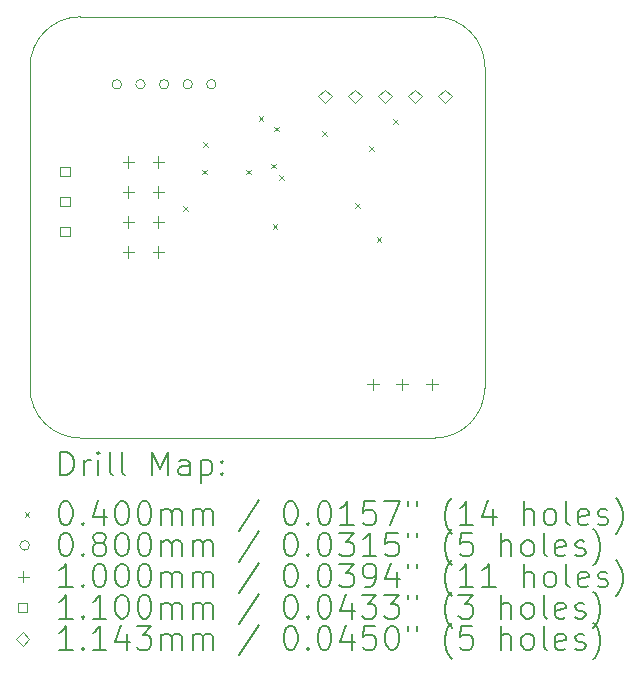
<source format=gbr>
%TF.GenerationSoftware,KiCad,Pcbnew,7.0.8*%
%TF.CreationDate,2024-02-15T00:13:21-06:00*%
%TF.ProjectId,Receiver_KiCad,52656365-6976-4657-925f-4b694361642e,rev?*%
%TF.SameCoordinates,Original*%
%TF.FileFunction,Drillmap*%
%TF.FilePolarity,Positive*%
%FSLAX45Y45*%
G04 Gerber Fmt 4.5, Leading zero omitted, Abs format (unit mm)*
G04 Created by KiCad (PCBNEW 7.0.8) date 2024-02-15 00:13:21*
%MOMM*%
%LPD*%
G01*
G04 APERTURE LIST*
%ADD10C,0.100000*%
%ADD11C,0.200000*%
%ADD12C,0.040000*%
%ADD13C,0.080000*%
%ADD14C,0.110000*%
%ADD15C,0.114300*%
G04 APERTURE END LIST*
D10*
X17925000Y-14848000D02*
G75*
G03*
X18350630Y-14422370I0J425630D01*
G01*
X18351000Y-11707000D02*
X18350630Y-14422370D01*
X17925000Y-14848000D02*
X14925630Y-14847630D01*
X18351000Y-11707000D02*
G75*
G03*
X17925370Y-11281370I-425630J0D01*
G01*
X14500000Y-14422000D02*
X14500370Y-11707000D01*
X14500000Y-14422000D02*
G75*
G03*
X14925630Y-14847630I425630J0D01*
G01*
X14926000Y-11281370D02*
X17925370Y-11281370D01*
X14926000Y-11281370D02*
G75*
G03*
X14500370Y-11707000I0J-425630D01*
G01*
D11*
D12*
X15795000Y-12885550D02*
X15835000Y-12925550D01*
X15835000Y-12885550D02*
X15795000Y-12925550D01*
X15955000Y-12576000D02*
X15995000Y-12616000D01*
X15995000Y-12576000D02*
X15955000Y-12616000D01*
X15964000Y-12344450D02*
X16004000Y-12384450D01*
X16004000Y-12344450D02*
X15964000Y-12384450D01*
X16329000Y-12575000D02*
X16369000Y-12615000D01*
X16369000Y-12575000D02*
X16329000Y-12615000D01*
X16436000Y-12124000D02*
X16476000Y-12164000D01*
X16476000Y-12124000D02*
X16436000Y-12164000D01*
X16543000Y-12525000D02*
X16583000Y-12565000D01*
X16583000Y-12525000D02*
X16543000Y-12565000D01*
X16555000Y-13038000D02*
X16595000Y-13078000D01*
X16595000Y-13038000D02*
X16555000Y-13078000D01*
X16569000Y-12212000D02*
X16609000Y-12252000D01*
X16609000Y-12212000D02*
X16569000Y-12252000D01*
X16610500Y-12622500D02*
X16650500Y-12662500D01*
X16650500Y-12622500D02*
X16610500Y-12662500D01*
X16976000Y-12247000D02*
X17016000Y-12287000D01*
X17016000Y-12247000D02*
X16976000Y-12287000D01*
X17251000Y-12857000D02*
X17291000Y-12897000D01*
X17291000Y-12857000D02*
X17251000Y-12897000D01*
X17373000Y-12374000D02*
X17413000Y-12414000D01*
X17413000Y-12374000D02*
X17373000Y-12414000D01*
X17434000Y-13147000D02*
X17474000Y-13187000D01*
X17474000Y-13147000D02*
X17434000Y-13187000D01*
X17576000Y-12151000D02*
X17616000Y-12191000D01*
X17616000Y-12151000D02*
X17576000Y-12191000D01*
D13*
X15275000Y-11853000D02*
G75*
G03*
X15275000Y-11853000I-40000J0D01*
G01*
X15475000Y-11853000D02*
G75*
G03*
X15475000Y-11853000I-40000J0D01*
G01*
X15675000Y-11853000D02*
G75*
G03*
X15675000Y-11853000I-40000J0D01*
G01*
X15875000Y-11853000D02*
G75*
G03*
X15875000Y-11853000I-40000J0D01*
G01*
X16075000Y-11853000D02*
G75*
G03*
X16075000Y-11853000I-40000J0D01*
G01*
D10*
X15333500Y-12464500D02*
X15333500Y-12564500D01*
X15283500Y-12514500D02*
X15383500Y-12514500D01*
X15333500Y-12718500D02*
X15333500Y-12818500D01*
X15283500Y-12768500D02*
X15383500Y-12768500D01*
X15333500Y-12972500D02*
X15333500Y-13072500D01*
X15283500Y-13022500D02*
X15383500Y-13022500D01*
X15333500Y-13226500D02*
X15333500Y-13326500D01*
X15283500Y-13276500D02*
X15383500Y-13276500D01*
X15587500Y-12464500D02*
X15587500Y-12564500D01*
X15537500Y-12514500D02*
X15637500Y-12514500D01*
X15587500Y-12718500D02*
X15587500Y-12818500D01*
X15537500Y-12768500D02*
X15637500Y-12768500D01*
X15587500Y-12972500D02*
X15587500Y-13072500D01*
X15537500Y-13022500D02*
X15637500Y-13022500D01*
X15587500Y-13226500D02*
X15587500Y-13326500D01*
X15537500Y-13276500D02*
X15637500Y-13276500D01*
X17401500Y-14344500D02*
X17401500Y-14444500D01*
X17351500Y-14394500D02*
X17451500Y-14394500D01*
X17651500Y-14344500D02*
X17651500Y-14444500D01*
X17601500Y-14394500D02*
X17701500Y-14394500D01*
X17901500Y-14344500D02*
X17901500Y-14444500D01*
X17851500Y-14394500D02*
X17951500Y-14394500D01*
D14*
X14834891Y-12629391D02*
X14834891Y-12551609D01*
X14757109Y-12551609D01*
X14757109Y-12629391D01*
X14834891Y-12629391D01*
X14834891Y-12883391D02*
X14834891Y-12805609D01*
X14757109Y-12805609D01*
X14757109Y-12883391D01*
X14834891Y-12883391D01*
X14834891Y-13137391D02*
X14834891Y-13059609D01*
X14757109Y-13059609D01*
X14757109Y-13137391D01*
X14834891Y-13137391D01*
D15*
X16999000Y-12013170D02*
X17056150Y-11956020D01*
X16999000Y-11898870D01*
X16941850Y-11956020D01*
X16999000Y-12013170D01*
X17253000Y-12013170D02*
X17310150Y-11956020D01*
X17253000Y-11898870D01*
X17195850Y-11956020D01*
X17253000Y-12013170D01*
X17507000Y-12013170D02*
X17564150Y-11956020D01*
X17507000Y-11898870D01*
X17449850Y-11956020D01*
X17507000Y-12013170D01*
X17761000Y-12013170D02*
X17818150Y-11956020D01*
X17761000Y-11898870D01*
X17703850Y-11956020D01*
X17761000Y-12013170D01*
X18015000Y-12013170D02*
X18072150Y-11956020D01*
X18015000Y-11898870D01*
X17957850Y-11956020D01*
X18015000Y-12013170D01*
D11*
X14755777Y-15164484D02*
X14755777Y-14964484D01*
X14755777Y-14964484D02*
X14803396Y-14964484D01*
X14803396Y-14964484D02*
X14831967Y-14974008D01*
X14831967Y-14974008D02*
X14851015Y-14993055D01*
X14851015Y-14993055D02*
X14860539Y-15012103D01*
X14860539Y-15012103D02*
X14870062Y-15050198D01*
X14870062Y-15050198D02*
X14870062Y-15078770D01*
X14870062Y-15078770D02*
X14860539Y-15116865D01*
X14860539Y-15116865D02*
X14851015Y-15135912D01*
X14851015Y-15135912D02*
X14831967Y-15154960D01*
X14831967Y-15154960D02*
X14803396Y-15164484D01*
X14803396Y-15164484D02*
X14755777Y-15164484D01*
X14955777Y-15164484D02*
X14955777Y-15031150D01*
X14955777Y-15069246D02*
X14965301Y-15050198D01*
X14965301Y-15050198D02*
X14974824Y-15040674D01*
X14974824Y-15040674D02*
X14993872Y-15031150D01*
X14993872Y-15031150D02*
X15012920Y-15031150D01*
X15079586Y-15164484D02*
X15079586Y-15031150D01*
X15079586Y-14964484D02*
X15070062Y-14974008D01*
X15070062Y-14974008D02*
X15079586Y-14983531D01*
X15079586Y-14983531D02*
X15089110Y-14974008D01*
X15089110Y-14974008D02*
X15079586Y-14964484D01*
X15079586Y-14964484D02*
X15079586Y-14983531D01*
X15203396Y-15164484D02*
X15184348Y-15154960D01*
X15184348Y-15154960D02*
X15174824Y-15135912D01*
X15174824Y-15135912D02*
X15174824Y-14964484D01*
X15308158Y-15164484D02*
X15289110Y-15154960D01*
X15289110Y-15154960D02*
X15279586Y-15135912D01*
X15279586Y-15135912D02*
X15279586Y-14964484D01*
X15536729Y-15164484D02*
X15536729Y-14964484D01*
X15536729Y-14964484D02*
X15603396Y-15107341D01*
X15603396Y-15107341D02*
X15670062Y-14964484D01*
X15670062Y-14964484D02*
X15670062Y-15164484D01*
X15851015Y-15164484D02*
X15851015Y-15059722D01*
X15851015Y-15059722D02*
X15841491Y-15040674D01*
X15841491Y-15040674D02*
X15822443Y-15031150D01*
X15822443Y-15031150D02*
X15784348Y-15031150D01*
X15784348Y-15031150D02*
X15765301Y-15040674D01*
X15851015Y-15154960D02*
X15831967Y-15164484D01*
X15831967Y-15164484D02*
X15784348Y-15164484D01*
X15784348Y-15164484D02*
X15765301Y-15154960D01*
X15765301Y-15154960D02*
X15755777Y-15135912D01*
X15755777Y-15135912D02*
X15755777Y-15116865D01*
X15755777Y-15116865D02*
X15765301Y-15097817D01*
X15765301Y-15097817D02*
X15784348Y-15088293D01*
X15784348Y-15088293D02*
X15831967Y-15088293D01*
X15831967Y-15088293D02*
X15851015Y-15078770D01*
X15946253Y-15031150D02*
X15946253Y-15231150D01*
X15946253Y-15040674D02*
X15965301Y-15031150D01*
X15965301Y-15031150D02*
X16003396Y-15031150D01*
X16003396Y-15031150D02*
X16022443Y-15040674D01*
X16022443Y-15040674D02*
X16031967Y-15050198D01*
X16031967Y-15050198D02*
X16041491Y-15069246D01*
X16041491Y-15069246D02*
X16041491Y-15126389D01*
X16041491Y-15126389D02*
X16031967Y-15145436D01*
X16031967Y-15145436D02*
X16022443Y-15154960D01*
X16022443Y-15154960D02*
X16003396Y-15164484D01*
X16003396Y-15164484D02*
X15965301Y-15164484D01*
X15965301Y-15164484D02*
X15946253Y-15154960D01*
X16127205Y-15145436D02*
X16136729Y-15154960D01*
X16136729Y-15154960D02*
X16127205Y-15164484D01*
X16127205Y-15164484D02*
X16117682Y-15154960D01*
X16117682Y-15154960D02*
X16127205Y-15145436D01*
X16127205Y-15145436D02*
X16127205Y-15164484D01*
X16127205Y-15040674D02*
X16136729Y-15050198D01*
X16136729Y-15050198D02*
X16127205Y-15059722D01*
X16127205Y-15059722D02*
X16117682Y-15050198D01*
X16117682Y-15050198D02*
X16127205Y-15040674D01*
X16127205Y-15040674D02*
X16127205Y-15059722D01*
D12*
X14455000Y-15473000D02*
X14495000Y-15513000D01*
X14495000Y-15473000D02*
X14455000Y-15513000D01*
D11*
X14793872Y-15384484D02*
X14812920Y-15384484D01*
X14812920Y-15384484D02*
X14831967Y-15394008D01*
X14831967Y-15394008D02*
X14841491Y-15403531D01*
X14841491Y-15403531D02*
X14851015Y-15422579D01*
X14851015Y-15422579D02*
X14860539Y-15460674D01*
X14860539Y-15460674D02*
X14860539Y-15508293D01*
X14860539Y-15508293D02*
X14851015Y-15546389D01*
X14851015Y-15546389D02*
X14841491Y-15565436D01*
X14841491Y-15565436D02*
X14831967Y-15574960D01*
X14831967Y-15574960D02*
X14812920Y-15584484D01*
X14812920Y-15584484D02*
X14793872Y-15584484D01*
X14793872Y-15584484D02*
X14774824Y-15574960D01*
X14774824Y-15574960D02*
X14765301Y-15565436D01*
X14765301Y-15565436D02*
X14755777Y-15546389D01*
X14755777Y-15546389D02*
X14746253Y-15508293D01*
X14746253Y-15508293D02*
X14746253Y-15460674D01*
X14746253Y-15460674D02*
X14755777Y-15422579D01*
X14755777Y-15422579D02*
X14765301Y-15403531D01*
X14765301Y-15403531D02*
X14774824Y-15394008D01*
X14774824Y-15394008D02*
X14793872Y-15384484D01*
X14946253Y-15565436D02*
X14955777Y-15574960D01*
X14955777Y-15574960D02*
X14946253Y-15584484D01*
X14946253Y-15584484D02*
X14936729Y-15574960D01*
X14936729Y-15574960D02*
X14946253Y-15565436D01*
X14946253Y-15565436D02*
X14946253Y-15584484D01*
X15127205Y-15451150D02*
X15127205Y-15584484D01*
X15079586Y-15374960D02*
X15031967Y-15517817D01*
X15031967Y-15517817D02*
X15155777Y-15517817D01*
X15270062Y-15384484D02*
X15289110Y-15384484D01*
X15289110Y-15384484D02*
X15308158Y-15394008D01*
X15308158Y-15394008D02*
X15317682Y-15403531D01*
X15317682Y-15403531D02*
X15327205Y-15422579D01*
X15327205Y-15422579D02*
X15336729Y-15460674D01*
X15336729Y-15460674D02*
X15336729Y-15508293D01*
X15336729Y-15508293D02*
X15327205Y-15546389D01*
X15327205Y-15546389D02*
X15317682Y-15565436D01*
X15317682Y-15565436D02*
X15308158Y-15574960D01*
X15308158Y-15574960D02*
X15289110Y-15584484D01*
X15289110Y-15584484D02*
X15270062Y-15584484D01*
X15270062Y-15584484D02*
X15251015Y-15574960D01*
X15251015Y-15574960D02*
X15241491Y-15565436D01*
X15241491Y-15565436D02*
X15231967Y-15546389D01*
X15231967Y-15546389D02*
X15222443Y-15508293D01*
X15222443Y-15508293D02*
X15222443Y-15460674D01*
X15222443Y-15460674D02*
X15231967Y-15422579D01*
X15231967Y-15422579D02*
X15241491Y-15403531D01*
X15241491Y-15403531D02*
X15251015Y-15394008D01*
X15251015Y-15394008D02*
X15270062Y-15384484D01*
X15460539Y-15384484D02*
X15479586Y-15384484D01*
X15479586Y-15384484D02*
X15498634Y-15394008D01*
X15498634Y-15394008D02*
X15508158Y-15403531D01*
X15508158Y-15403531D02*
X15517682Y-15422579D01*
X15517682Y-15422579D02*
X15527205Y-15460674D01*
X15527205Y-15460674D02*
X15527205Y-15508293D01*
X15527205Y-15508293D02*
X15517682Y-15546389D01*
X15517682Y-15546389D02*
X15508158Y-15565436D01*
X15508158Y-15565436D02*
X15498634Y-15574960D01*
X15498634Y-15574960D02*
X15479586Y-15584484D01*
X15479586Y-15584484D02*
X15460539Y-15584484D01*
X15460539Y-15584484D02*
X15441491Y-15574960D01*
X15441491Y-15574960D02*
X15431967Y-15565436D01*
X15431967Y-15565436D02*
X15422443Y-15546389D01*
X15422443Y-15546389D02*
X15412920Y-15508293D01*
X15412920Y-15508293D02*
X15412920Y-15460674D01*
X15412920Y-15460674D02*
X15422443Y-15422579D01*
X15422443Y-15422579D02*
X15431967Y-15403531D01*
X15431967Y-15403531D02*
X15441491Y-15394008D01*
X15441491Y-15394008D02*
X15460539Y-15384484D01*
X15612920Y-15584484D02*
X15612920Y-15451150D01*
X15612920Y-15470198D02*
X15622443Y-15460674D01*
X15622443Y-15460674D02*
X15641491Y-15451150D01*
X15641491Y-15451150D02*
X15670063Y-15451150D01*
X15670063Y-15451150D02*
X15689110Y-15460674D01*
X15689110Y-15460674D02*
X15698634Y-15479722D01*
X15698634Y-15479722D02*
X15698634Y-15584484D01*
X15698634Y-15479722D02*
X15708158Y-15460674D01*
X15708158Y-15460674D02*
X15727205Y-15451150D01*
X15727205Y-15451150D02*
X15755777Y-15451150D01*
X15755777Y-15451150D02*
X15774824Y-15460674D01*
X15774824Y-15460674D02*
X15784348Y-15479722D01*
X15784348Y-15479722D02*
X15784348Y-15584484D01*
X15879586Y-15584484D02*
X15879586Y-15451150D01*
X15879586Y-15470198D02*
X15889110Y-15460674D01*
X15889110Y-15460674D02*
X15908158Y-15451150D01*
X15908158Y-15451150D02*
X15936729Y-15451150D01*
X15936729Y-15451150D02*
X15955777Y-15460674D01*
X15955777Y-15460674D02*
X15965301Y-15479722D01*
X15965301Y-15479722D02*
X15965301Y-15584484D01*
X15965301Y-15479722D02*
X15974824Y-15460674D01*
X15974824Y-15460674D02*
X15993872Y-15451150D01*
X15993872Y-15451150D02*
X16022443Y-15451150D01*
X16022443Y-15451150D02*
X16041491Y-15460674D01*
X16041491Y-15460674D02*
X16051015Y-15479722D01*
X16051015Y-15479722D02*
X16051015Y-15584484D01*
X16441491Y-15374960D02*
X16270063Y-15632103D01*
X16698634Y-15384484D02*
X16717682Y-15384484D01*
X16717682Y-15384484D02*
X16736729Y-15394008D01*
X16736729Y-15394008D02*
X16746253Y-15403531D01*
X16746253Y-15403531D02*
X16755777Y-15422579D01*
X16755777Y-15422579D02*
X16765301Y-15460674D01*
X16765301Y-15460674D02*
X16765301Y-15508293D01*
X16765301Y-15508293D02*
X16755777Y-15546389D01*
X16755777Y-15546389D02*
X16746253Y-15565436D01*
X16746253Y-15565436D02*
X16736729Y-15574960D01*
X16736729Y-15574960D02*
X16717682Y-15584484D01*
X16717682Y-15584484D02*
X16698634Y-15584484D01*
X16698634Y-15584484D02*
X16679586Y-15574960D01*
X16679586Y-15574960D02*
X16670063Y-15565436D01*
X16670063Y-15565436D02*
X16660539Y-15546389D01*
X16660539Y-15546389D02*
X16651015Y-15508293D01*
X16651015Y-15508293D02*
X16651015Y-15460674D01*
X16651015Y-15460674D02*
X16660539Y-15422579D01*
X16660539Y-15422579D02*
X16670063Y-15403531D01*
X16670063Y-15403531D02*
X16679586Y-15394008D01*
X16679586Y-15394008D02*
X16698634Y-15384484D01*
X16851015Y-15565436D02*
X16860539Y-15574960D01*
X16860539Y-15574960D02*
X16851015Y-15584484D01*
X16851015Y-15584484D02*
X16841491Y-15574960D01*
X16841491Y-15574960D02*
X16851015Y-15565436D01*
X16851015Y-15565436D02*
X16851015Y-15584484D01*
X16984348Y-15384484D02*
X17003396Y-15384484D01*
X17003396Y-15384484D02*
X17022444Y-15394008D01*
X17022444Y-15394008D02*
X17031968Y-15403531D01*
X17031968Y-15403531D02*
X17041491Y-15422579D01*
X17041491Y-15422579D02*
X17051015Y-15460674D01*
X17051015Y-15460674D02*
X17051015Y-15508293D01*
X17051015Y-15508293D02*
X17041491Y-15546389D01*
X17041491Y-15546389D02*
X17031968Y-15565436D01*
X17031968Y-15565436D02*
X17022444Y-15574960D01*
X17022444Y-15574960D02*
X17003396Y-15584484D01*
X17003396Y-15584484D02*
X16984348Y-15584484D01*
X16984348Y-15584484D02*
X16965301Y-15574960D01*
X16965301Y-15574960D02*
X16955777Y-15565436D01*
X16955777Y-15565436D02*
X16946253Y-15546389D01*
X16946253Y-15546389D02*
X16936729Y-15508293D01*
X16936729Y-15508293D02*
X16936729Y-15460674D01*
X16936729Y-15460674D02*
X16946253Y-15422579D01*
X16946253Y-15422579D02*
X16955777Y-15403531D01*
X16955777Y-15403531D02*
X16965301Y-15394008D01*
X16965301Y-15394008D02*
X16984348Y-15384484D01*
X17241491Y-15584484D02*
X17127206Y-15584484D01*
X17184348Y-15584484D02*
X17184348Y-15384484D01*
X17184348Y-15384484D02*
X17165301Y-15413055D01*
X17165301Y-15413055D02*
X17146253Y-15432103D01*
X17146253Y-15432103D02*
X17127206Y-15441627D01*
X17422444Y-15384484D02*
X17327206Y-15384484D01*
X17327206Y-15384484D02*
X17317682Y-15479722D01*
X17317682Y-15479722D02*
X17327206Y-15470198D01*
X17327206Y-15470198D02*
X17346253Y-15460674D01*
X17346253Y-15460674D02*
X17393872Y-15460674D01*
X17393872Y-15460674D02*
X17412920Y-15470198D01*
X17412920Y-15470198D02*
X17422444Y-15479722D01*
X17422444Y-15479722D02*
X17431968Y-15498770D01*
X17431968Y-15498770D02*
X17431968Y-15546389D01*
X17431968Y-15546389D02*
X17422444Y-15565436D01*
X17422444Y-15565436D02*
X17412920Y-15574960D01*
X17412920Y-15574960D02*
X17393872Y-15584484D01*
X17393872Y-15584484D02*
X17346253Y-15584484D01*
X17346253Y-15584484D02*
X17327206Y-15574960D01*
X17327206Y-15574960D02*
X17317682Y-15565436D01*
X17498634Y-15384484D02*
X17631968Y-15384484D01*
X17631968Y-15384484D02*
X17546253Y-15584484D01*
X17698634Y-15384484D02*
X17698634Y-15422579D01*
X17774825Y-15384484D02*
X17774825Y-15422579D01*
X18070063Y-15660674D02*
X18060539Y-15651150D01*
X18060539Y-15651150D02*
X18041491Y-15622579D01*
X18041491Y-15622579D02*
X18031968Y-15603531D01*
X18031968Y-15603531D02*
X18022444Y-15574960D01*
X18022444Y-15574960D02*
X18012920Y-15527341D01*
X18012920Y-15527341D02*
X18012920Y-15489246D01*
X18012920Y-15489246D02*
X18022444Y-15441627D01*
X18022444Y-15441627D02*
X18031968Y-15413055D01*
X18031968Y-15413055D02*
X18041491Y-15394008D01*
X18041491Y-15394008D02*
X18060539Y-15365436D01*
X18060539Y-15365436D02*
X18070063Y-15355912D01*
X18251015Y-15584484D02*
X18136730Y-15584484D01*
X18193872Y-15584484D02*
X18193872Y-15384484D01*
X18193872Y-15384484D02*
X18174825Y-15413055D01*
X18174825Y-15413055D02*
X18155777Y-15432103D01*
X18155777Y-15432103D02*
X18136730Y-15441627D01*
X18422444Y-15451150D02*
X18422444Y-15584484D01*
X18374825Y-15374960D02*
X18327206Y-15517817D01*
X18327206Y-15517817D02*
X18451015Y-15517817D01*
X18679587Y-15584484D02*
X18679587Y-15384484D01*
X18765301Y-15584484D02*
X18765301Y-15479722D01*
X18765301Y-15479722D02*
X18755777Y-15460674D01*
X18755777Y-15460674D02*
X18736730Y-15451150D01*
X18736730Y-15451150D02*
X18708158Y-15451150D01*
X18708158Y-15451150D02*
X18689111Y-15460674D01*
X18689111Y-15460674D02*
X18679587Y-15470198D01*
X18889111Y-15584484D02*
X18870063Y-15574960D01*
X18870063Y-15574960D02*
X18860539Y-15565436D01*
X18860539Y-15565436D02*
X18851015Y-15546389D01*
X18851015Y-15546389D02*
X18851015Y-15489246D01*
X18851015Y-15489246D02*
X18860539Y-15470198D01*
X18860539Y-15470198D02*
X18870063Y-15460674D01*
X18870063Y-15460674D02*
X18889111Y-15451150D01*
X18889111Y-15451150D02*
X18917682Y-15451150D01*
X18917682Y-15451150D02*
X18936730Y-15460674D01*
X18936730Y-15460674D02*
X18946253Y-15470198D01*
X18946253Y-15470198D02*
X18955777Y-15489246D01*
X18955777Y-15489246D02*
X18955777Y-15546389D01*
X18955777Y-15546389D02*
X18946253Y-15565436D01*
X18946253Y-15565436D02*
X18936730Y-15574960D01*
X18936730Y-15574960D02*
X18917682Y-15584484D01*
X18917682Y-15584484D02*
X18889111Y-15584484D01*
X19070063Y-15584484D02*
X19051015Y-15574960D01*
X19051015Y-15574960D02*
X19041492Y-15555912D01*
X19041492Y-15555912D02*
X19041492Y-15384484D01*
X19222444Y-15574960D02*
X19203396Y-15584484D01*
X19203396Y-15584484D02*
X19165301Y-15584484D01*
X19165301Y-15584484D02*
X19146253Y-15574960D01*
X19146253Y-15574960D02*
X19136730Y-15555912D01*
X19136730Y-15555912D02*
X19136730Y-15479722D01*
X19136730Y-15479722D02*
X19146253Y-15460674D01*
X19146253Y-15460674D02*
X19165301Y-15451150D01*
X19165301Y-15451150D02*
X19203396Y-15451150D01*
X19203396Y-15451150D02*
X19222444Y-15460674D01*
X19222444Y-15460674D02*
X19231968Y-15479722D01*
X19231968Y-15479722D02*
X19231968Y-15498770D01*
X19231968Y-15498770D02*
X19136730Y-15517817D01*
X19308158Y-15574960D02*
X19327206Y-15584484D01*
X19327206Y-15584484D02*
X19365301Y-15584484D01*
X19365301Y-15584484D02*
X19384349Y-15574960D01*
X19384349Y-15574960D02*
X19393873Y-15555912D01*
X19393873Y-15555912D02*
X19393873Y-15546389D01*
X19393873Y-15546389D02*
X19384349Y-15527341D01*
X19384349Y-15527341D02*
X19365301Y-15517817D01*
X19365301Y-15517817D02*
X19336730Y-15517817D01*
X19336730Y-15517817D02*
X19317682Y-15508293D01*
X19317682Y-15508293D02*
X19308158Y-15489246D01*
X19308158Y-15489246D02*
X19308158Y-15479722D01*
X19308158Y-15479722D02*
X19317682Y-15460674D01*
X19317682Y-15460674D02*
X19336730Y-15451150D01*
X19336730Y-15451150D02*
X19365301Y-15451150D01*
X19365301Y-15451150D02*
X19384349Y-15460674D01*
X19460539Y-15660674D02*
X19470063Y-15651150D01*
X19470063Y-15651150D02*
X19489111Y-15622579D01*
X19489111Y-15622579D02*
X19498634Y-15603531D01*
X19498634Y-15603531D02*
X19508158Y-15574960D01*
X19508158Y-15574960D02*
X19517682Y-15527341D01*
X19517682Y-15527341D02*
X19517682Y-15489246D01*
X19517682Y-15489246D02*
X19508158Y-15441627D01*
X19508158Y-15441627D02*
X19498634Y-15413055D01*
X19498634Y-15413055D02*
X19489111Y-15394008D01*
X19489111Y-15394008D02*
X19470063Y-15365436D01*
X19470063Y-15365436D02*
X19460539Y-15355912D01*
D13*
X14495000Y-15757000D02*
G75*
G03*
X14495000Y-15757000I-40000J0D01*
G01*
D11*
X14793872Y-15648484D02*
X14812920Y-15648484D01*
X14812920Y-15648484D02*
X14831967Y-15658008D01*
X14831967Y-15658008D02*
X14841491Y-15667531D01*
X14841491Y-15667531D02*
X14851015Y-15686579D01*
X14851015Y-15686579D02*
X14860539Y-15724674D01*
X14860539Y-15724674D02*
X14860539Y-15772293D01*
X14860539Y-15772293D02*
X14851015Y-15810389D01*
X14851015Y-15810389D02*
X14841491Y-15829436D01*
X14841491Y-15829436D02*
X14831967Y-15838960D01*
X14831967Y-15838960D02*
X14812920Y-15848484D01*
X14812920Y-15848484D02*
X14793872Y-15848484D01*
X14793872Y-15848484D02*
X14774824Y-15838960D01*
X14774824Y-15838960D02*
X14765301Y-15829436D01*
X14765301Y-15829436D02*
X14755777Y-15810389D01*
X14755777Y-15810389D02*
X14746253Y-15772293D01*
X14746253Y-15772293D02*
X14746253Y-15724674D01*
X14746253Y-15724674D02*
X14755777Y-15686579D01*
X14755777Y-15686579D02*
X14765301Y-15667531D01*
X14765301Y-15667531D02*
X14774824Y-15658008D01*
X14774824Y-15658008D02*
X14793872Y-15648484D01*
X14946253Y-15829436D02*
X14955777Y-15838960D01*
X14955777Y-15838960D02*
X14946253Y-15848484D01*
X14946253Y-15848484D02*
X14936729Y-15838960D01*
X14936729Y-15838960D02*
X14946253Y-15829436D01*
X14946253Y-15829436D02*
X14946253Y-15848484D01*
X15070062Y-15734198D02*
X15051015Y-15724674D01*
X15051015Y-15724674D02*
X15041491Y-15715150D01*
X15041491Y-15715150D02*
X15031967Y-15696103D01*
X15031967Y-15696103D02*
X15031967Y-15686579D01*
X15031967Y-15686579D02*
X15041491Y-15667531D01*
X15041491Y-15667531D02*
X15051015Y-15658008D01*
X15051015Y-15658008D02*
X15070062Y-15648484D01*
X15070062Y-15648484D02*
X15108158Y-15648484D01*
X15108158Y-15648484D02*
X15127205Y-15658008D01*
X15127205Y-15658008D02*
X15136729Y-15667531D01*
X15136729Y-15667531D02*
X15146253Y-15686579D01*
X15146253Y-15686579D02*
X15146253Y-15696103D01*
X15146253Y-15696103D02*
X15136729Y-15715150D01*
X15136729Y-15715150D02*
X15127205Y-15724674D01*
X15127205Y-15724674D02*
X15108158Y-15734198D01*
X15108158Y-15734198D02*
X15070062Y-15734198D01*
X15070062Y-15734198D02*
X15051015Y-15743722D01*
X15051015Y-15743722D02*
X15041491Y-15753246D01*
X15041491Y-15753246D02*
X15031967Y-15772293D01*
X15031967Y-15772293D02*
X15031967Y-15810389D01*
X15031967Y-15810389D02*
X15041491Y-15829436D01*
X15041491Y-15829436D02*
X15051015Y-15838960D01*
X15051015Y-15838960D02*
X15070062Y-15848484D01*
X15070062Y-15848484D02*
X15108158Y-15848484D01*
X15108158Y-15848484D02*
X15127205Y-15838960D01*
X15127205Y-15838960D02*
X15136729Y-15829436D01*
X15136729Y-15829436D02*
X15146253Y-15810389D01*
X15146253Y-15810389D02*
X15146253Y-15772293D01*
X15146253Y-15772293D02*
X15136729Y-15753246D01*
X15136729Y-15753246D02*
X15127205Y-15743722D01*
X15127205Y-15743722D02*
X15108158Y-15734198D01*
X15270062Y-15648484D02*
X15289110Y-15648484D01*
X15289110Y-15648484D02*
X15308158Y-15658008D01*
X15308158Y-15658008D02*
X15317682Y-15667531D01*
X15317682Y-15667531D02*
X15327205Y-15686579D01*
X15327205Y-15686579D02*
X15336729Y-15724674D01*
X15336729Y-15724674D02*
X15336729Y-15772293D01*
X15336729Y-15772293D02*
X15327205Y-15810389D01*
X15327205Y-15810389D02*
X15317682Y-15829436D01*
X15317682Y-15829436D02*
X15308158Y-15838960D01*
X15308158Y-15838960D02*
X15289110Y-15848484D01*
X15289110Y-15848484D02*
X15270062Y-15848484D01*
X15270062Y-15848484D02*
X15251015Y-15838960D01*
X15251015Y-15838960D02*
X15241491Y-15829436D01*
X15241491Y-15829436D02*
X15231967Y-15810389D01*
X15231967Y-15810389D02*
X15222443Y-15772293D01*
X15222443Y-15772293D02*
X15222443Y-15724674D01*
X15222443Y-15724674D02*
X15231967Y-15686579D01*
X15231967Y-15686579D02*
X15241491Y-15667531D01*
X15241491Y-15667531D02*
X15251015Y-15658008D01*
X15251015Y-15658008D02*
X15270062Y-15648484D01*
X15460539Y-15648484D02*
X15479586Y-15648484D01*
X15479586Y-15648484D02*
X15498634Y-15658008D01*
X15498634Y-15658008D02*
X15508158Y-15667531D01*
X15508158Y-15667531D02*
X15517682Y-15686579D01*
X15517682Y-15686579D02*
X15527205Y-15724674D01*
X15527205Y-15724674D02*
X15527205Y-15772293D01*
X15527205Y-15772293D02*
X15517682Y-15810389D01*
X15517682Y-15810389D02*
X15508158Y-15829436D01*
X15508158Y-15829436D02*
X15498634Y-15838960D01*
X15498634Y-15838960D02*
X15479586Y-15848484D01*
X15479586Y-15848484D02*
X15460539Y-15848484D01*
X15460539Y-15848484D02*
X15441491Y-15838960D01*
X15441491Y-15838960D02*
X15431967Y-15829436D01*
X15431967Y-15829436D02*
X15422443Y-15810389D01*
X15422443Y-15810389D02*
X15412920Y-15772293D01*
X15412920Y-15772293D02*
X15412920Y-15724674D01*
X15412920Y-15724674D02*
X15422443Y-15686579D01*
X15422443Y-15686579D02*
X15431967Y-15667531D01*
X15431967Y-15667531D02*
X15441491Y-15658008D01*
X15441491Y-15658008D02*
X15460539Y-15648484D01*
X15612920Y-15848484D02*
X15612920Y-15715150D01*
X15612920Y-15734198D02*
X15622443Y-15724674D01*
X15622443Y-15724674D02*
X15641491Y-15715150D01*
X15641491Y-15715150D02*
X15670063Y-15715150D01*
X15670063Y-15715150D02*
X15689110Y-15724674D01*
X15689110Y-15724674D02*
X15698634Y-15743722D01*
X15698634Y-15743722D02*
X15698634Y-15848484D01*
X15698634Y-15743722D02*
X15708158Y-15724674D01*
X15708158Y-15724674D02*
X15727205Y-15715150D01*
X15727205Y-15715150D02*
X15755777Y-15715150D01*
X15755777Y-15715150D02*
X15774824Y-15724674D01*
X15774824Y-15724674D02*
X15784348Y-15743722D01*
X15784348Y-15743722D02*
X15784348Y-15848484D01*
X15879586Y-15848484D02*
X15879586Y-15715150D01*
X15879586Y-15734198D02*
X15889110Y-15724674D01*
X15889110Y-15724674D02*
X15908158Y-15715150D01*
X15908158Y-15715150D02*
X15936729Y-15715150D01*
X15936729Y-15715150D02*
X15955777Y-15724674D01*
X15955777Y-15724674D02*
X15965301Y-15743722D01*
X15965301Y-15743722D02*
X15965301Y-15848484D01*
X15965301Y-15743722D02*
X15974824Y-15724674D01*
X15974824Y-15724674D02*
X15993872Y-15715150D01*
X15993872Y-15715150D02*
X16022443Y-15715150D01*
X16022443Y-15715150D02*
X16041491Y-15724674D01*
X16041491Y-15724674D02*
X16051015Y-15743722D01*
X16051015Y-15743722D02*
X16051015Y-15848484D01*
X16441491Y-15638960D02*
X16270063Y-15896103D01*
X16698634Y-15648484D02*
X16717682Y-15648484D01*
X16717682Y-15648484D02*
X16736729Y-15658008D01*
X16736729Y-15658008D02*
X16746253Y-15667531D01*
X16746253Y-15667531D02*
X16755777Y-15686579D01*
X16755777Y-15686579D02*
X16765301Y-15724674D01*
X16765301Y-15724674D02*
X16765301Y-15772293D01*
X16765301Y-15772293D02*
X16755777Y-15810389D01*
X16755777Y-15810389D02*
X16746253Y-15829436D01*
X16746253Y-15829436D02*
X16736729Y-15838960D01*
X16736729Y-15838960D02*
X16717682Y-15848484D01*
X16717682Y-15848484D02*
X16698634Y-15848484D01*
X16698634Y-15848484D02*
X16679586Y-15838960D01*
X16679586Y-15838960D02*
X16670063Y-15829436D01*
X16670063Y-15829436D02*
X16660539Y-15810389D01*
X16660539Y-15810389D02*
X16651015Y-15772293D01*
X16651015Y-15772293D02*
X16651015Y-15724674D01*
X16651015Y-15724674D02*
X16660539Y-15686579D01*
X16660539Y-15686579D02*
X16670063Y-15667531D01*
X16670063Y-15667531D02*
X16679586Y-15658008D01*
X16679586Y-15658008D02*
X16698634Y-15648484D01*
X16851015Y-15829436D02*
X16860539Y-15838960D01*
X16860539Y-15838960D02*
X16851015Y-15848484D01*
X16851015Y-15848484D02*
X16841491Y-15838960D01*
X16841491Y-15838960D02*
X16851015Y-15829436D01*
X16851015Y-15829436D02*
X16851015Y-15848484D01*
X16984348Y-15648484D02*
X17003396Y-15648484D01*
X17003396Y-15648484D02*
X17022444Y-15658008D01*
X17022444Y-15658008D02*
X17031968Y-15667531D01*
X17031968Y-15667531D02*
X17041491Y-15686579D01*
X17041491Y-15686579D02*
X17051015Y-15724674D01*
X17051015Y-15724674D02*
X17051015Y-15772293D01*
X17051015Y-15772293D02*
X17041491Y-15810389D01*
X17041491Y-15810389D02*
X17031968Y-15829436D01*
X17031968Y-15829436D02*
X17022444Y-15838960D01*
X17022444Y-15838960D02*
X17003396Y-15848484D01*
X17003396Y-15848484D02*
X16984348Y-15848484D01*
X16984348Y-15848484D02*
X16965301Y-15838960D01*
X16965301Y-15838960D02*
X16955777Y-15829436D01*
X16955777Y-15829436D02*
X16946253Y-15810389D01*
X16946253Y-15810389D02*
X16936729Y-15772293D01*
X16936729Y-15772293D02*
X16936729Y-15724674D01*
X16936729Y-15724674D02*
X16946253Y-15686579D01*
X16946253Y-15686579D02*
X16955777Y-15667531D01*
X16955777Y-15667531D02*
X16965301Y-15658008D01*
X16965301Y-15658008D02*
X16984348Y-15648484D01*
X17117682Y-15648484D02*
X17241491Y-15648484D01*
X17241491Y-15648484D02*
X17174825Y-15724674D01*
X17174825Y-15724674D02*
X17203396Y-15724674D01*
X17203396Y-15724674D02*
X17222444Y-15734198D01*
X17222444Y-15734198D02*
X17231968Y-15743722D01*
X17231968Y-15743722D02*
X17241491Y-15762770D01*
X17241491Y-15762770D02*
X17241491Y-15810389D01*
X17241491Y-15810389D02*
X17231968Y-15829436D01*
X17231968Y-15829436D02*
X17222444Y-15838960D01*
X17222444Y-15838960D02*
X17203396Y-15848484D01*
X17203396Y-15848484D02*
X17146253Y-15848484D01*
X17146253Y-15848484D02*
X17127206Y-15838960D01*
X17127206Y-15838960D02*
X17117682Y-15829436D01*
X17431968Y-15848484D02*
X17317682Y-15848484D01*
X17374825Y-15848484D02*
X17374825Y-15648484D01*
X17374825Y-15648484D02*
X17355777Y-15677055D01*
X17355777Y-15677055D02*
X17336729Y-15696103D01*
X17336729Y-15696103D02*
X17317682Y-15705627D01*
X17612920Y-15648484D02*
X17517682Y-15648484D01*
X17517682Y-15648484D02*
X17508158Y-15743722D01*
X17508158Y-15743722D02*
X17517682Y-15734198D01*
X17517682Y-15734198D02*
X17536729Y-15724674D01*
X17536729Y-15724674D02*
X17584349Y-15724674D01*
X17584349Y-15724674D02*
X17603396Y-15734198D01*
X17603396Y-15734198D02*
X17612920Y-15743722D01*
X17612920Y-15743722D02*
X17622444Y-15762770D01*
X17622444Y-15762770D02*
X17622444Y-15810389D01*
X17622444Y-15810389D02*
X17612920Y-15829436D01*
X17612920Y-15829436D02*
X17603396Y-15838960D01*
X17603396Y-15838960D02*
X17584349Y-15848484D01*
X17584349Y-15848484D02*
X17536729Y-15848484D01*
X17536729Y-15848484D02*
X17517682Y-15838960D01*
X17517682Y-15838960D02*
X17508158Y-15829436D01*
X17698634Y-15648484D02*
X17698634Y-15686579D01*
X17774825Y-15648484D02*
X17774825Y-15686579D01*
X18070063Y-15924674D02*
X18060539Y-15915150D01*
X18060539Y-15915150D02*
X18041491Y-15886579D01*
X18041491Y-15886579D02*
X18031968Y-15867531D01*
X18031968Y-15867531D02*
X18022444Y-15838960D01*
X18022444Y-15838960D02*
X18012920Y-15791341D01*
X18012920Y-15791341D02*
X18012920Y-15753246D01*
X18012920Y-15753246D02*
X18022444Y-15705627D01*
X18022444Y-15705627D02*
X18031968Y-15677055D01*
X18031968Y-15677055D02*
X18041491Y-15658008D01*
X18041491Y-15658008D02*
X18060539Y-15629436D01*
X18060539Y-15629436D02*
X18070063Y-15619912D01*
X18241491Y-15648484D02*
X18146253Y-15648484D01*
X18146253Y-15648484D02*
X18136730Y-15743722D01*
X18136730Y-15743722D02*
X18146253Y-15734198D01*
X18146253Y-15734198D02*
X18165301Y-15724674D01*
X18165301Y-15724674D02*
X18212920Y-15724674D01*
X18212920Y-15724674D02*
X18231968Y-15734198D01*
X18231968Y-15734198D02*
X18241491Y-15743722D01*
X18241491Y-15743722D02*
X18251015Y-15762770D01*
X18251015Y-15762770D02*
X18251015Y-15810389D01*
X18251015Y-15810389D02*
X18241491Y-15829436D01*
X18241491Y-15829436D02*
X18231968Y-15838960D01*
X18231968Y-15838960D02*
X18212920Y-15848484D01*
X18212920Y-15848484D02*
X18165301Y-15848484D01*
X18165301Y-15848484D02*
X18146253Y-15838960D01*
X18146253Y-15838960D02*
X18136730Y-15829436D01*
X18489111Y-15848484D02*
X18489111Y-15648484D01*
X18574825Y-15848484D02*
X18574825Y-15743722D01*
X18574825Y-15743722D02*
X18565301Y-15724674D01*
X18565301Y-15724674D02*
X18546253Y-15715150D01*
X18546253Y-15715150D02*
X18517682Y-15715150D01*
X18517682Y-15715150D02*
X18498634Y-15724674D01*
X18498634Y-15724674D02*
X18489111Y-15734198D01*
X18698634Y-15848484D02*
X18679587Y-15838960D01*
X18679587Y-15838960D02*
X18670063Y-15829436D01*
X18670063Y-15829436D02*
X18660539Y-15810389D01*
X18660539Y-15810389D02*
X18660539Y-15753246D01*
X18660539Y-15753246D02*
X18670063Y-15734198D01*
X18670063Y-15734198D02*
X18679587Y-15724674D01*
X18679587Y-15724674D02*
X18698634Y-15715150D01*
X18698634Y-15715150D02*
X18727206Y-15715150D01*
X18727206Y-15715150D02*
X18746253Y-15724674D01*
X18746253Y-15724674D02*
X18755777Y-15734198D01*
X18755777Y-15734198D02*
X18765301Y-15753246D01*
X18765301Y-15753246D02*
X18765301Y-15810389D01*
X18765301Y-15810389D02*
X18755777Y-15829436D01*
X18755777Y-15829436D02*
X18746253Y-15838960D01*
X18746253Y-15838960D02*
X18727206Y-15848484D01*
X18727206Y-15848484D02*
X18698634Y-15848484D01*
X18879587Y-15848484D02*
X18860539Y-15838960D01*
X18860539Y-15838960D02*
X18851015Y-15819912D01*
X18851015Y-15819912D02*
X18851015Y-15648484D01*
X19031968Y-15838960D02*
X19012920Y-15848484D01*
X19012920Y-15848484D02*
X18974825Y-15848484D01*
X18974825Y-15848484D02*
X18955777Y-15838960D01*
X18955777Y-15838960D02*
X18946253Y-15819912D01*
X18946253Y-15819912D02*
X18946253Y-15743722D01*
X18946253Y-15743722D02*
X18955777Y-15724674D01*
X18955777Y-15724674D02*
X18974825Y-15715150D01*
X18974825Y-15715150D02*
X19012920Y-15715150D01*
X19012920Y-15715150D02*
X19031968Y-15724674D01*
X19031968Y-15724674D02*
X19041492Y-15743722D01*
X19041492Y-15743722D02*
X19041492Y-15762770D01*
X19041492Y-15762770D02*
X18946253Y-15781817D01*
X19117682Y-15838960D02*
X19136730Y-15848484D01*
X19136730Y-15848484D02*
X19174825Y-15848484D01*
X19174825Y-15848484D02*
X19193873Y-15838960D01*
X19193873Y-15838960D02*
X19203396Y-15819912D01*
X19203396Y-15819912D02*
X19203396Y-15810389D01*
X19203396Y-15810389D02*
X19193873Y-15791341D01*
X19193873Y-15791341D02*
X19174825Y-15781817D01*
X19174825Y-15781817D02*
X19146253Y-15781817D01*
X19146253Y-15781817D02*
X19127206Y-15772293D01*
X19127206Y-15772293D02*
X19117682Y-15753246D01*
X19117682Y-15753246D02*
X19117682Y-15743722D01*
X19117682Y-15743722D02*
X19127206Y-15724674D01*
X19127206Y-15724674D02*
X19146253Y-15715150D01*
X19146253Y-15715150D02*
X19174825Y-15715150D01*
X19174825Y-15715150D02*
X19193873Y-15724674D01*
X19270063Y-15924674D02*
X19279587Y-15915150D01*
X19279587Y-15915150D02*
X19298634Y-15886579D01*
X19298634Y-15886579D02*
X19308158Y-15867531D01*
X19308158Y-15867531D02*
X19317682Y-15838960D01*
X19317682Y-15838960D02*
X19327206Y-15791341D01*
X19327206Y-15791341D02*
X19327206Y-15753246D01*
X19327206Y-15753246D02*
X19317682Y-15705627D01*
X19317682Y-15705627D02*
X19308158Y-15677055D01*
X19308158Y-15677055D02*
X19298634Y-15658008D01*
X19298634Y-15658008D02*
X19279587Y-15629436D01*
X19279587Y-15629436D02*
X19270063Y-15619912D01*
D10*
X14445000Y-15971000D02*
X14445000Y-16071000D01*
X14395000Y-16021000D02*
X14495000Y-16021000D01*
D11*
X14860539Y-16112484D02*
X14746253Y-16112484D01*
X14803396Y-16112484D02*
X14803396Y-15912484D01*
X14803396Y-15912484D02*
X14784348Y-15941055D01*
X14784348Y-15941055D02*
X14765301Y-15960103D01*
X14765301Y-15960103D02*
X14746253Y-15969627D01*
X14946253Y-16093436D02*
X14955777Y-16102960D01*
X14955777Y-16102960D02*
X14946253Y-16112484D01*
X14946253Y-16112484D02*
X14936729Y-16102960D01*
X14936729Y-16102960D02*
X14946253Y-16093436D01*
X14946253Y-16093436D02*
X14946253Y-16112484D01*
X15079586Y-15912484D02*
X15098634Y-15912484D01*
X15098634Y-15912484D02*
X15117682Y-15922008D01*
X15117682Y-15922008D02*
X15127205Y-15931531D01*
X15127205Y-15931531D02*
X15136729Y-15950579D01*
X15136729Y-15950579D02*
X15146253Y-15988674D01*
X15146253Y-15988674D02*
X15146253Y-16036293D01*
X15146253Y-16036293D02*
X15136729Y-16074389D01*
X15136729Y-16074389D02*
X15127205Y-16093436D01*
X15127205Y-16093436D02*
X15117682Y-16102960D01*
X15117682Y-16102960D02*
X15098634Y-16112484D01*
X15098634Y-16112484D02*
X15079586Y-16112484D01*
X15079586Y-16112484D02*
X15060539Y-16102960D01*
X15060539Y-16102960D02*
X15051015Y-16093436D01*
X15051015Y-16093436D02*
X15041491Y-16074389D01*
X15041491Y-16074389D02*
X15031967Y-16036293D01*
X15031967Y-16036293D02*
X15031967Y-15988674D01*
X15031967Y-15988674D02*
X15041491Y-15950579D01*
X15041491Y-15950579D02*
X15051015Y-15931531D01*
X15051015Y-15931531D02*
X15060539Y-15922008D01*
X15060539Y-15922008D02*
X15079586Y-15912484D01*
X15270062Y-15912484D02*
X15289110Y-15912484D01*
X15289110Y-15912484D02*
X15308158Y-15922008D01*
X15308158Y-15922008D02*
X15317682Y-15931531D01*
X15317682Y-15931531D02*
X15327205Y-15950579D01*
X15327205Y-15950579D02*
X15336729Y-15988674D01*
X15336729Y-15988674D02*
X15336729Y-16036293D01*
X15336729Y-16036293D02*
X15327205Y-16074389D01*
X15327205Y-16074389D02*
X15317682Y-16093436D01*
X15317682Y-16093436D02*
X15308158Y-16102960D01*
X15308158Y-16102960D02*
X15289110Y-16112484D01*
X15289110Y-16112484D02*
X15270062Y-16112484D01*
X15270062Y-16112484D02*
X15251015Y-16102960D01*
X15251015Y-16102960D02*
X15241491Y-16093436D01*
X15241491Y-16093436D02*
X15231967Y-16074389D01*
X15231967Y-16074389D02*
X15222443Y-16036293D01*
X15222443Y-16036293D02*
X15222443Y-15988674D01*
X15222443Y-15988674D02*
X15231967Y-15950579D01*
X15231967Y-15950579D02*
X15241491Y-15931531D01*
X15241491Y-15931531D02*
X15251015Y-15922008D01*
X15251015Y-15922008D02*
X15270062Y-15912484D01*
X15460539Y-15912484D02*
X15479586Y-15912484D01*
X15479586Y-15912484D02*
X15498634Y-15922008D01*
X15498634Y-15922008D02*
X15508158Y-15931531D01*
X15508158Y-15931531D02*
X15517682Y-15950579D01*
X15517682Y-15950579D02*
X15527205Y-15988674D01*
X15527205Y-15988674D02*
X15527205Y-16036293D01*
X15527205Y-16036293D02*
X15517682Y-16074389D01*
X15517682Y-16074389D02*
X15508158Y-16093436D01*
X15508158Y-16093436D02*
X15498634Y-16102960D01*
X15498634Y-16102960D02*
X15479586Y-16112484D01*
X15479586Y-16112484D02*
X15460539Y-16112484D01*
X15460539Y-16112484D02*
X15441491Y-16102960D01*
X15441491Y-16102960D02*
X15431967Y-16093436D01*
X15431967Y-16093436D02*
X15422443Y-16074389D01*
X15422443Y-16074389D02*
X15412920Y-16036293D01*
X15412920Y-16036293D02*
X15412920Y-15988674D01*
X15412920Y-15988674D02*
X15422443Y-15950579D01*
X15422443Y-15950579D02*
X15431967Y-15931531D01*
X15431967Y-15931531D02*
X15441491Y-15922008D01*
X15441491Y-15922008D02*
X15460539Y-15912484D01*
X15612920Y-16112484D02*
X15612920Y-15979150D01*
X15612920Y-15998198D02*
X15622443Y-15988674D01*
X15622443Y-15988674D02*
X15641491Y-15979150D01*
X15641491Y-15979150D02*
X15670063Y-15979150D01*
X15670063Y-15979150D02*
X15689110Y-15988674D01*
X15689110Y-15988674D02*
X15698634Y-16007722D01*
X15698634Y-16007722D02*
X15698634Y-16112484D01*
X15698634Y-16007722D02*
X15708158Y-15988674D01*
X15708158Y-15988674D02*
X15727205Y-15979150D01*
X15727205Y-15979150D02*
X15755777Y-15979150D01*
X15755777Y-15979150D02*
X15774824Y-15988674D01*
X15774824Y-15988674D02*
X15784348Y-16007722D01*
X15784348Y-16007722D02*
X15784348Y-16112484D01*
X15879586Y-16112484D02*
X15879586Y-15979150D01*
X15879586Y-15998198D02*
X15889110Y-15988674D01*
X15889110Y-15988674D02*
X15908158Y-15979150D01*
X15908158Y-15979150D02*
X15936729Y-15979150D01*
X15936729Y-15979150D02*
X15955777Y-15988674D01*
X15955777Y-15988674D02*
X15965301Y-16007722D01*
X15965301Y-16007722D02*
X15965301Y-16112484D01*
X15965301Y-16007722D02*
X15974824Y-15988674D01*
X15974824Y-15988674D02*
X15993872Y-15979150D01*
X15993872Y-15979150D02*
X16022443Y-15979150D01*
X16022443Y-15979150D02*
X16041491Y-15988674D01*
X16041491Y-15988674D02*
X16051015Y-16007722D01*
X16051015Y-16007722D02*
X16051015Y-16112484D01*
X16441491Y-15902960D02*
X16270063Y-16160103D01*
X16698634Y-15912484D02*
X16717682Y-15912484D01*
X16717682Y-15912484D02*
X16736729Y-15922008D01*
X16736729Y-15922008D02*
X16746253Y-15931531D01*
X16746253Y-15931531D02*
X16755777Y-15950579D01*
X16755777Y-15950579D02*
X16765301Y-15988674D01*
X16765301Y-15988674D02*
X16765301Y-16036293D01*
X16765301Y-16036293D02*
X16755777Y-16074389D01*
X16755777Y-16074389D02*
X16746253Y-16093436D01*
X16746253Y-16093436D02*
X16736729Y-16102960D01*
X16736729Y-16102960D02*
X16717682Y-16112484D01*
X16717682Y-16112484D02*
X16698634Y-16112484D01*
X16698634Y-16112484D02*
X16679586Y-16102960D01*
X16679586Y-16102960D02*
X16670063Y-16093436D01*
X16670063Y-16093436D02*
X16660539Y-16074389D01*
X16660539Y-16074389D02*
X16651015Y-16036293D01*
X16651015Y-16036293D02*
X16651015Y-15988674D01*
X16651015Y-15988674D02*
X16660539Y-15950579D01*
X16660539Y-15950579D02*
X16670063Y-15931531D01*
X16670063Y-15931531D02*
X16679586Y-15922008D01*
X16679586Y-15922008D02*
X16698634Y-15912484D01*
X16851015Y-16093436D02*
X16860539Y-16102960D01*
X16860539Y-16102960D02*
X16851015Y-16112484D01*
X16851015Y-16112484D02*
X16841491Y-16102960D01*
X16841491Y-16102960D02*
X16851015Y-16093436D01*
X16851015Y-16093436D02*
X16851015Y-16112484D01*
X16984348Y-15912484D02*
X17003396Y-15912484D01*
X17003396Y-15912484D02*
X17022444Y-15922008D01*
X17022444Y-15922008D02*
X17031968Y-15931531D01*
X17031968Y-15931531D02*
X17041491Y-15950579D01*
X17041491Y-15950579D02*
X17051015Y-15988674D01*
X17051015Y-15988674D02*
X17051015Y-16036293D01*
X17051015Y-16036293D02*
X17041491Y-16074389D01*
X17041491Y-16074389D02*
X17031968Y-16093436D01*
X17031968Y-16093436D02*
X17022444Y-16102960D01*
X17022444Y-16102960D02*
X17003396Y-16112484D01*
X17003396Y-16112484D02*
X16984348Y-16112484D01*
X16984348Y-16112484D02*
X16965301Y-16102960D01*
X16965301Y-16102960D02*
X16955777Y-16093436D01*
X16955777Y-16093436D02*
X16946253Y-16074389D01*
X16946253Y-16074389D02*
X16936729Y-16036293D01*
X16936729Y-16036293D02*
X16936729Y-15988674D01*
X16936729Y-15988674D02*
X16946253Y-15950579D01*
X16946253Y-15950579D02*
X16955777Y-15931531D01*
X16955777Y-15931531D02*
X16965301Y-15922008D01*
X16965301Y-15922008D02*
X16984348Y-15912484D01*
X17117682Y-15912484D02*
X17241491Y-15912484D01*
X17241491Y-15912484D02*
X17174825Y-15988674D01*
X17174825Y-15988674D02*
X17203396Y-15988674D01*
X17203396Y-15988674D02*
X17222444Y-15998198D01*
X17222444Y-15998198D02*
X17231968Y-16007722D01*
X17231968Y-16007722D02*
X17241491Y-16026770D01*
X17241491Y-16026770D02*
X17241491Y-16074389D01*
X17241491Y-16074389D02*
X17231968Y-16093436D01*
X17231968Y-16093436D02*
X17222444Y-16102960D01*
X17222444Y-16102960D02*
X17203396Y-16112484D01*
X17203396Y-16112484D02*
X17146253Y-16112484D01*
X17146253Y-16112484D02*
X17127206Y-16102960D01*
X17127206Y-16102960D02*
X17117682Y-16093436D01*
X17336729Y-16112484D02*
X17374825Y-16112484D01*
X17374825Y-16112484D02*
X17393872Y-16102960D01*
X17393872Y-16102960D02*
X17403396Y-16093436D01*
X17403396Y-16093436D02*
X17422444Y-16064865D01*
X17422444Y-16064865D02*
X17431968Y-16026770D01*
X17431968Y-16026770D02*
X17431968Y-15950579D01*
X17431968Y-15950579D02*
X17422444Y-15931531D01*
X17422444Y-15931531D02*
X17412920Y-15922008D01*
X17412920Y-15922008D02*
X17393872Y-15912484D01*
X17393872Y-15912484D02*
X17355777Y-15912484D01*
X17355777Y-15912484D02*
X17336729Y-15922008D01*
X17336729Y-15922008D02*
X17327206Y-15931531D01*
X17327206Y-15931531D02*
X17317682Y-15950579D01*
X17317682Y-15950579D02*
X17317682Y-15998198D01*
X17317682Y-15998198D02*
X17327206Y-16017246D01*
X17327206Y-16017246D02*
X17336729Y-16026770D01*
X17336729Y-16026770D02*
X17355777Y-16036293D01*
X17355777Y-16036293D02*
X17393872Y-16036293D01*
X17393872Y-16036293D02*
X17412920Y-16026770D01*
X17412920Y-16026770D02*
X17422444Y-16017246D01*
X17422444Y-16017246D02*
X17431968Y-15998198D01*
X17603396Y-15979150D02*
X17603396Y-16112484D01*
X17555777Y-15902960D02*
X17508158Y-16045817D01*
X17508158Y-16045817D02*
X17631968Y-16045817D01*
X17698634Y-15912484D02*
X17698634Y-15950579D01*
X17774825Y-15912484D02*
X17774825Y-15950579D01*
X18070063Y-16188674D02*
X18060539Y-16179150D01*
X18060539Y-16179150D02*
X18041491Y-16150579D01*
X18041491Y-16150579D02*
X18031968Y-16131531D01*
X18031968Y-16131531D02*
X18022444Y-16102960D01*
X18022444Y-16102960D02*
X18012920Y-16055341D01*
X18012920Y-16055341D02*
X18012920Y-16017246D01*
X18012920Y-16017246D02*
X18022444Y-15969627D01*
X18022444Y-15969627D02*
X18031968Y-15941055D01*
X18031968Y-15941055D02*
X18041491Y-15922008D01*
X18041491Y-15922008D02*
X18060539Y-15893436D01*
X18060539Y-15893436D02*
X18070063Y-15883912D01*
X18251015Y-16112484D02*
X18136730Y-16112484D01*
X18193872Y-16112484D02*
X18193872Y-15912484D01*
X18193872Y-15912484D02*
X18174825Y-15941055D01*
X18174825Y-15941055D02*
X18155777Y-15960103D01*
X18155777Y-15960103D02*
X18136730Y-15969627D01*
X18441491Y-16112484D02*
X18327206Y-16112484D01*
X18384349Y-16112484D02*
X18384349Y-15912484D01*
X18384349Y-15912484D02*
X18365301Y-15941055D01*
X18365301Y-15941055D02*
X18346253Y-15960103D01*
X18346253Y-15960103D02*
X18327206Y-15969627D01*
X18679587Y-16112484D02*
X18679587Y-15912484D01*
X18765301Y-16112484D02*
X18765301Y-16007722D01*
X18765301Y-16007722D02*
X18755777Y-15988674D01*
X18755777Y-15988674D02*
X18736730Y-15979150D01*
X18736730Y-15979150D02*
X18708158Y-15979150D01*
X18708158Y-15979150D02*
X18689111Y-15988674D01*
X18689111Y-15988674D02*
X18679587Y-15998198D01*
X18889111Y-16112484D02*
X18870063Y-16102960D01*
X18870063Y-16102960D02*
X18860539Y-16093436D01*
X18860539Y-16093436D02*
X18851015Y-16074389D01*
X18851015Y-16074389D02*
X18851015Y-16017246D01*
X18851015Y-16017246D02*
X18860539Y-15998198D01*
X18860539Y-15998198D02*
X18870063Y-15988674D01*
X18870063Y-15988674D02*
X18889111Y-15979150D01*
X18889111Y-15979150D02*
X18917682Y-15979150D01*
X18917682Y-15979150D02*
X18936730Y-15988674D01*
X18936730Y-15988674D02*
X18946253Y-15998198D01*
X18946253Y-15998198D02*
X18955777Y-16017246D01*
X18955777Y-16017246D02*
X18955777Y-16074389D01*
X18955777Y-16074389D02*
X18946253Y-16093436D01*
X18946253Y-16093436D02*
X18936730Y-16102960D01*
X18936730Y-16102960D02*
X18917682Y-16112484D01*
X18917682Y-16112484D02*
X18889111Y-16112484D01*
X19070063Y-16112484D02*
X19051015Y-16102960D01*
X19051015Y-16102960D02*
X19041492Y-16083912D01*
X19041492Y-16083912D02*
X19041492Y-15912484D01*
X19222444Y-16102960D02*
X19203396Y-16112484D01*
X19203396Y-16112484D02*
X19165301Y-16112484D01*
X19165301Y-16112484D02*
X19146253Y-16102960D01*
X19146253Y-16102960D02*
X19136730Y-16083912D01*
X19136730Y-16083912D02*
X19136730Y-16007722D01*
X19136730Y-16007722D02*
X19146253Y-15988674D01*
X19146253Y-15988674D02*
X19165301Y-15979150D01*
X19165301Y-15979150D02*
X19203396Y-15979150D01*
X19203396Y-15979150D02*
X19222444Y-15988674D01*
X19222444Y-15988674D02*
X19231968Y-16007722D01*
X19231968Y-16007722D02*
X19231968Y-16026770D01*
X19231968Y-16026770D02*
X19136730Y-16045817D01*
X19308158Y-16102960D02*
X19327206Y-16112484D01*
X19327206Y-16112484D02*
X19365301Y-16112484D01*
X19365301Y-16112484D02*
X19384349Y-16102960D01*
X19384349Y-16102960D02*
X19393873Y-16083912D01*
X19393873Y-16083912D02*
X19393873Y-16074389D01*
X19393873Y-16074389D02*
X19384349Y-16055341D01*
X19384349Y-16055341D02*
X19365301Y-16045817D01*
X19365301Y-16045817D02*
X19336730Y-16045817D01*
X19336730Y-16045817D02*
X19317682Y-16036293D01*
X19317682Y-16036293D02*
X19308158Y-16017246D01*
X19308158Y-16017246D02*
X19308158Y-16007722D01*
X19308158Y-16007722D02*
X19317682Y-15988674D01*
X19317682Y-15988674D02*
X19336730Y-15979150D01*
X19336730Y-15979150D02*
X19365301Y-15979150D01*
X19365301Y-15979150D02*
X19384349Y-15988674D01*
X19460539Y-16188674D02*
X19470063Y-16179150D01*
X19470063Y-16179150D02*
X19489111Y-16150579D01*
X19489111Y-16150579D02*
X19498634Y-16131531D01*
X19498634Y-16131531D02*
X19508158Y-16102960D01*
X19508158Y-16102960D02*
X19517682Y-16055341D01*
X19517682Y-16055341D02*
X19517682Y-16017246D01*
X19517682Y-16017246D02*
X19508158Y-15969627D01*
X19508158Y-15969627D02*
X19498634Y-15941055D01*
X19498634Y-15941055D02*
X19489111Y-15922008D01*
X19489111Y-15922008D02*
X19470063Y-15893436D01*
X19470063Y-15893436D02*
X19460539Y-15883912D01*
D14*
X14478891Y-16323891D02*
X14478891Y-16246109D01*
X14401109Y-16246109D01*
X14401109Y-16323891D01*
X14478891Y-16323891D01*
D11*
X14860539Y-16376484D02*
X14746253Y-16376484D01*
X14803396Y-16376484D02*
X14803396Y-16176484D01*
X14803396Y-16176484D02*
X14784348Y-16205055D01*
X14784348Y-16205055D02*
X14765301Y-16224103D01*
X14765301Y-16224103D02*
X14746253Y-16233627D01*
X14946253Y-16357436D02*
X14955777Y-16366960D01*
X14955777Y-16366960D02*
X14946253Y-16376484D01*
X14946253Y-16376484D02*
X14936729Y-16366960D01*
X14936729Y-16366960D02*
X14946253Y-16357436D01*
X14946253Y-16357436D02*
X14946253Y-16376484D01*
X15146253Y-16376484D02*
X15031967Y-16376484D01*
X15089110Y-16376484D02*
X15089110Y-16176484D01*
X15089110Y-16176484D02*
X15070062Y-16205055D01*
X15070062Y-16205055D02*
X15051015Y-16224103D01*
X15051015Y-16224103D02*
X15031967Y-16233627D01*
X15270062Y-16176484D02*
X15289110Y-16176484D01*
X15289110Y-16176484D02*
X15308158Y-16186008D01*
X15308158Y-16186008D02*
X15317682Y-16195531D01*
X15317682Y-16195531D02*
X15327205Y-16214579D01*
X15327205Y-16214579D02*
X15336729Y-16252674D01*
X15336729Y-16252674D02*
X15336729Y-16300293D01*
X15336729Y-16300293D02*
X15327205Y-16338389D01*
X15327205Y-16338389D02*
X15317682Y-16357436D01*
X15317682Y-16357436D02*
X15308158Y-16366960D01*
X15308158Y-16366960D02*
X15289110Y-16376484D01*
X15289110Y-16376484D02*
X15270062Y-16376484D01*
X15270062Y-16376484D02*
X15251015Y-16366960D01*
X15251015Y-16366960D02*
X15241491Y-16357436D01*
X15241491Y-16357436D02*
X15231967Y-16338389D01*
X15231967Y-16338389D02*
X15222443Y-16300293D01*
X15222443Y-16300293D02*
X15222443Y-16252674D01*
X15222443Y-16252674D02*
X15231967Y-16214579D01*
X15231967Y-16214579D02*
X15241491Y-16195531D01*
X15241491Y-16195531D02*
X15251015Y-16186008D01*
X15251015Y-16186008D02*
X15270062Y-16176484D01*
X15460539Y-16176484D02*
X15479586Y-16176484D01*
X15479586Y-16176484D02*
X15498634Y-16186008D01*
X15498634Y-16186008D02*
X15508158Y-16195531D01*
X15508158Y-16195531D02*
X15517682Y-16214579D01*
X15517682Y-16214579D02*
X15527205Y-16252674D01*
X15527205Y-16252674D02*
X15527205Y-16300293D01*
X15527205Y-16300293D02*
X15517682Y-16338389D01*
X15517682Y-16338389D02*
X15508158Y-16357436D01*
X15508158Y-16357436D02*
X15498634Y-16366960D01*
X15498634Y-16366960D02*
X15479586Y-16376484D01*
X15479586Y-16376484D02*
X15460539Y-16376484D01*
X15460539Y-16376484D02*
X15441491Y-16366960D01*
X15441491Y-16366960D02*
X15431967Y-16357436D01*
X15431967Y-16357436D02*
X15422443Y-16338389D01*
X15422443Y-16338389D02*
X15412920Y-16300293D01*
X15412920Y-16300293D02*
X15412920Y-16252674D01*
X15412920Y-16252674D02*
X15422443Y-16214579D01*
X15422443Y-16214579D02*
X15431967Y-16195531D01*
X15431967Y-16195531D02*
X15441491Y-16186008D01*
X15441491Y-16186008D02*
X15460539Y-16176484D01*
X15612920Y-16376484D02*
X15612920Y-16243150D01*
X15612920Y-16262198D02*
X15622443Y-16252674D01*
X15622443Y-16252674D02*
X15641491Y-16243150D01*
X15641491Y-16243150D02*
X15670063Y-16243150D01*
X15670063Y-16243150D02*
X15689110Y-16252674D01*
X15689110Y-16252674D02*
X15698634Y-16271722D01*
X15698634Y-16271722D02*
X15698634Y-16376484D01*
X15698634Y-16271722D02*
X15708158Y-16252674D01*
X15708158Y-16252674D02*
X15727205Y-16243150D01*
X15727205Y-16243150D02*
X15755777Y-16243150D01*
X15755777Y-16243150D02*
X15774824Y-16252674D01*
X15774824Y-16252674D02*
X15784348Y-16271722D01*
X15784348Y-16271722D02*
X15784348Y-16376484D01*
X15879586Y-16376484D02*
X15879586Y-16243150D01*
X15879586Y-16262198D02*
X15889110Y-16252674D01*
X15889110Y-16252674D02*
X15908158Y-16243150D01*
X15908158Y-16243150D02*
X15936729Y-16243150D01*
X15936729Y-16243150D02*
X15955777Y-16252674D01*
X15955777Y-16252674D02*
X15965301Y-16271722D01*
X15965301Y-16271722D02*
X15965301Y-16376484D01*
X15965301Y-16271722D02*
X15974824Y-16252674D01*
X15974824Y-16252674D02*
X15993872Y-16243150D01*
X15993872Y-16243150D02*
X16022443Y-16243150D01*
X16022443Y-16243150D02*
X16041491Y-16252674D01*
X16041491Y-16252674D02*
X16051015Y-16271722D01*
X16051015Y-16271722D02*
X16051015Y-16376484D01*
X16441491Y-16166960D02*
X16270063Y-16424103D01*
X16698634Y-16176484D02*
X16717682Y-16176484D01*
X16717682Y-16176484D02*
X16736729Y-16186008D01*
X16736729Y-16186008D02*
X16746253Y-16195531D01*
X16746253Y-16195531D02*
X16755777Y-16214579D01*
X16755777Y-16214579D02*
X16765301Y-16252674D01*
X16765301Y-16252674D02*
X16765301Y-16300293D01*
X16765301Y-16300293D02*
X16755777Y-16338389D01*
X16755777Y-16338389D02*
X16746253Y-16357436D01*
X16746253Y-16357436D02*
X16736729Y-16366960D01*
X16736729Y-16366960D02*
X16717682Y-16376484D01*
X16717682Y-16376484D02*
X16698634Y-16376484D01*
X16698634Y-16376484D02*
X16679586Y-16366960D01*
X16679586Y-16366960D02*
X16670063Y-16357436D01*
X16670063Y-16357436D02*
X16660539Y-16338389D01*
X16660539Y-16338389D02*
X16651015Y-16300293D01*
X16651015Y-16300293D02*
X16651015Y-16252674D01*
X16651015Y-16252674D02*
X16660539Y-16214579D01*
X16660539Y-16214579D02*
X16670063Y-16195531D01*
X16670063Y-16195531D02*
X16679586Y-16186008D01*
X16679586Y-16186008D02*
X16698634Y-16176484D01*
X16851015Y-16357436D02*
X16860539Y-16366960D01*
X16860539Y-16366960D02*
X16851015Y-16376484D01*
X16851015Y-16376484D02*
X16841491Y-16366960D01*
X16841491Y-16366960D02*
X16851015Y-16357436D01*
X16851015Y-16357436D02*
X16851015Y-16376484D01*
X16984348Y-16176484D02*
X17003396Y-16176484D01*
X17003396Y-16176484D02*
X17022444Y-16186008D01*
X17022444Y-16186008D02*
X17031968Y-16195531D01*
X17031968Y-16195531D02*
X17041491Y-16214579D01*
X17041491Y-16214579D02*
X17051015Y-16252674D01*
X17051015Y-16252674D02*
X17051015Y-16300293D01*
X17051015Y-16300293D02*
X17041491Y-16338389D01*
X17041491Y-16338389D02*
X17031968Y-16357436D01*
X17031968Y-16357436D02*
X17022444Y-16366960D01*
X17022444Y-16366960D02*
X17003396Y-16376484D01*
X17003396Y-16376484D02*
X16984348Y-16376484D01*
X16984348Y-16376484D02*
X16965301Y-16366960D01*
X16965301Y-16366960D02*
X16955777Y-16357436D01*
X16955777Y-16357436D02*
X16946253Y-16338389D01*
X16946253Y-16338389D02*
X16936729Y-16300293D01*
X16936729Y-16300293D02*
X16936729Y-16252674D01*
X16936729Y-16252674D02*
X16946253Y-16214579D01*
X16946253Y-16214579D02*
X16955777Y-16195531D01*
X16955777Y-16195531D02*
X16965301Y-16186008D01*
X16965301Y-16186008D02*
X16984348Y-16176484D01*
X17222444Y-16243150D02*
X17222444Y-16376484D01*
X17174825Y-16166960D02*
X17127206Y-16309817D01*
X17127206Y-16309817D02*
X17251015Y-16309817D01*
X17308158Y-16176484D02*
X17431968Y-16176484D01*
X17431968Y-16176484D02*
X17365301Y-16252674D01*
X17365301Y-16252674D02*
X17393872Y-16252674D01*
X17393872Y-16252674D02*
X17412920Y-16262198D01*
X17412920Y-16262198D02*
X17422444Y-16271722D01*
X17422444Y-16271722D02*
X17431968Y-16290770D01*
X17431968Y-16290770D02*
X17431968Y-16338389D01*
X17431968Y-16338389D02*
X17422444Y-16357436D01*
X17422444Y-16357436D02*
X17412920Y-16366960D01*
X17412920Y-16366960D02*
X17393872Y-16376484D01*
X17393872Y-16376484D02*
X17336729Y-16376484D01*
X17336729Y-16376484D02*
X17317682Y-16366960D01*
X17317682Y-16366960D02*
X17308158Y-16357436D01*
X17498634Y-16176484D02*
X17622444Y-16176484D01*
X17622444Y-16176484D02*
X17555777Y-16252674D01*
X17555777Y-16252674D02*
X17584349Y-16252674D01*
X17584349Y-16252674D02*
X17603396Y-16262198D01*
X17603396Y-16262198D02*
X17612920Y-16271722D01*
X17612920Y-16271722D02*
X17622444Y-16290770D01*
X17622444Y-16290770D02*
X17622444Y-16338389D01*
X17622444Y-16338389D02*
X17612920Y-16357436D01*
X17612920Y-16357436D02*
X17603396Y-16366960D01*
X17603396Y-16366960D02*
X17584349Y-16376484D01*
X17584349Y-16376484D02*
X17527206Y-16376484D01*
X17527206Y-16376484D02*
X17508158Y-16366960D01*
X17508158Y-16366960D02*
X17498634Y-16357436D01*
X17698634Y-16176484D02*
X17698634Y-16214579D01*
X17774825Y-16176484D02*
X17774825Y-16214579D01*
X18070063Y-16452674D02*
X18060539Y-16443150D01*
X18060539Y-16443150D02*
X18041491Y-16414579D01*
X18041491Y-16414579D02*
X18031968Y-16395531D01*
X18031968Y-16395531D02*
X18022444Y-16366960D01*
X18022444Y-16366960D02*
X18012920Y-16319341D01*
X18012920Y-16319341D02*
X18012920Y-16281246D01*
X18012920Y-16281246D02*
X18022444Y-16233627D01*
X18022444Y-16233627D02*
X18031968Y-16205055D01*
X18031968Y-16205055D02*
X18041491Y-16186008D01*
X18041491Y-16186008D02*
X18060539Y-16157436D01*
X18060539Y-16157436D02*
X18070063Y-16147912D01*
X18127206Y-16176484D02*
X18251015Y-16176484D01*
X18251015Y-16176484D02*
X18184349Y-16252674D01*
X18184349Y-16252674D02*
X18212920Y-16252674D01*
X18212920Y-16252674D02*
X18231968Y-16262198D01*
X18231968Y-16262198D02*
X18241491Y-16271722D01*
X18241491Y-16271722D02*
X18251015Y-16290770D01*
X18251015Y-16290770D02*
X18251015Y-16338389D01*
X18251015Y-16338389D02*
X18241491Y-16357436D01*
X18241491Y-16357436D02*
X18231968Y-16366960D01*
X18231968Y-16366960D02*
X18212920Y-16376484D01*
X18212920Y-16376484D02*
X18155777Y-16376484D01*
X18155777Y-16376484D02*
X18136730Y-16366960D01*
X18136730Y-16366960D02*
X18127206Y-16357436D01*
X18489111Y-16376484D02*
X18489111Y-16176484D01*
X18574825Y-16376484D02*
X18574825Y-16271722D01*
X18574825Y-16271722D02*
X18565301Y-16252674D01*
X18565301Y-16252674D02*
X18546253Y-16243150D01*
X18546253Y-16243150D02*
X18517682Y-16243150D01*
X18517682Y-16243150D02*
X18498634Y-16252674D01*
X18498634Y-16252674D02*
X18489111Y-16262198D01*
X18698634Y-16376484D02*
X18679587Y-16366960D01*
X18679587Y-16366960D02*
X18670063Y-16357436D01*
X18670063Y-16357436D02*
X18660539Y-16338389D01*
X18660539Y-16338389D02*
X18660539Y-16281246D01*
X18660539Y-16281246D02*
X18670063Y-16262198D01*
X18670063Y-16262198D02*
X18679587Y-16252674D01*
X18679587Y-16252674D02*
X18698634Y-16243150D01*
X18698634Y-16243150D02*
X18727206Y-16243150D01*
X18727206Y-16243150D02*
X18746253Y-16252674D01*
X18746253Y-16252674D02*
X18755777Y-16262198D01*
X18755777Y-16262198D02*
X18765301Y-16281246D01*
X18765301Y-16281246D02*
X18765301Y-16338389D01*
X18765301Y-16338389D02*
X18755777Y-16357436D01*
X18755777Y-16357436D02*
X18746253Y-16366960D01*
X18746253Y-16366960D02*
X18727206Y-16376484D01*
X18727206Y-16376484D02*
X18698634Y-16376484D01*
X18879587Y-16376484D02*
X18860539Y-16366960D01*
X18860539Y-16366960D02*
X18851015Y-16347912D01*
X18851015Y-16347912D02*
X18851015Y-16176484D01*
X19031968Y-16366960D02*
X19012920Y-16376484D01*
X19012920Y-16376484D02*
X18974825Y-16376484D01*
X18974825Y-16376484D02*
X18955777Y-16366960D01*
X18955777Y-16366960D02*
X18946253Y-16347912D01*
X18946253Y-16347912D02*
X18946253Y-16271722D01*
X18946253Y-16271722D02*
X18955777Y-16252674D01*
X18955777Y-16252674D02*
X18974825Y-16243150D01*
X18974825Y-16243150D02*
X19012920Y-16243150D01*
X19012920Y-16243150D02*
X19031968Y-16252674D01*
X19031968Y-16252674D02*
X19041492Y-16271722D01*
X19041492Y-16271722D02*
X19041492Y-16290770D01*
X19041492Y-16290770D02*
X18946253Y-16309817D01*
X19117682Y-16366960D02*
X19136730Y-16376484D01*
X19136730Y-16376484D02*
X19174825Y-16376484D01*
X19174825Y-16376484D02*
X19193873Y-16366960D01*
X19193873Y-16366960D02*
X19203396Y-16347912D01*
X19203396Y-16347912D02*
X19203396Y-16338389D01*
X19203396Y-16338389D02*
X19193873Y-16319341D01*
X19193873Y-16319341D02*
X19174825Y-16309817D01*
X19174825Y-16309817D02*
X19146253Y-16309817D01*
X19146253Y-16309817D02*
X19127206Y-16300293D01*
X19127206Y-16300293D02*
X19117682Y-16281246D01*
X19117682Y-16281246D02*
X19117682Y-16271722D01*
X19117682Y-16271722D02*
X19127206Y-16252674D01*
X19127206Y-16252674D02*
X19146253Y-16243150D01*
X19146253Y-16243150D02*
X19174825Y-16243150D01*
X19174825Y-16243150D02*
X19193873Y-16252674D01*
X19270063Y-16452674D02*
X19279587Y-16443150D01*
X19279587Y-16443150D02*
X19298634Y-16414579D01*
X19298634Y-16414579D02*
X19308158Y-16395531D01*
X19308158Y-16395531D02*
X19317682Y-16366960D01*
X19317682Y-16366960D02*
X19327206Y-16319341D01*
X19327206Y-16319341D02*
X19327206Y-16281246D01*
X19327206Y-16281246D02*
X19317682Y-16233627D01*
X19317682Y-16233627D02*
X19308158Y-16205055D01*
X19308158Y-16205055D02*
X19298634Y-16186008D01*
X19298634Y-16186008D02*
X19279587Y-16157436D01*
X19279587Y-16157436D02*
X19270063Y-16147912D01*
D15*
X14437850Y-16606150D02*
X14495000Y-16549000D01*
X14437850Y-16491850D01*
X14380700Y-16549000D01*
X14437850Y-16606150D01*
D11*
X14860539Y-16640484D02*
X14746253Y-16640484D01*
X14803396Y-16640484D02*
X14803396Y-16440484D01*
X14803396Y-16440484D02*
X14784348Y-16469055D01*
X14784348Y-16469055D02*
X14765301Y-16488103D01*
X14765301Y-16488103D02*
X14746253Y-16497627D01*
X14946253Y-16621436D02*
X14955777Y-16630960D01*
X14955777Y-16630960D02*
X14946253Y-16640484D01*
X14946253Y-16640484D02*
X14936729Y-16630960D01*
X14936729Y-16630960D02*
X14946253Y-16621436D01*
X14946253Y-16621436D02*
X14946253Y-16640484D01*
X15146253Y-16640484D02*
X15031967Y-16640484D01*
X15089110Y-16640484D02*
X15089110Y-16440484D01*
X15089110Y-16440484D02*
X15070062Y-16469055D01*
X15070062Y-16469055D02*
X15051015Y-16488103D01*
X15051015Y-16488103D02*
X15031967Y-16497627D01*
X15317682Y-16507150D02*
X15317682Y-16640484D01*
X15270062Y-16430960D02*
X15222443Y-16573817D01*
X15222443Y-16573817D02*
X15346253Y-16573817D01*
X15403396Y-16440484D02*
X15527205Y-16440484D01*
X15527205Y-16440484D02*
X15460539Y-16516674D01*
X15460539Y-16516674D02*
X15489110Y-16516674D01*
X15489110Y-16516674D02*
X15508158Y-16526198D01*
X15508158Y-16526198D02*
X15517682Y-16535722D01*
X15517682Y-16535722D02*
X15527205Y-16554770D01*
X15527205Y-16554770D02*
X15527205Y-16602389D01*
X15527205Y-16602389D02*
X15517682Y-16621436D01*
X15517682Y-16621436D02*
X15508158Y-16630960D01*
X15508158Y-16630960D02*
X15489110Y-16640484D01*
X15489110Y-16640484D02*
X15431967Y-16640484D01*
X15431967Y-16640484D02*
X15412920Y-16630960D01*
X15412920Y-16630960D02*
X15403396Y-16621436D01*
X15612920Y-16640484D02*
X15612920Y-16507150D01*
X15612920Y-16526198D02*
X15622443Y-16516674D01*
X15622443Y-16516674D02*
X15641491Y-16507150D01*
X15641491Y-16507150D02*
X15670063Y-16507150D01*
X15670063Y-16507150D02*
X15689110Y-16516674D01*
X15689110Y-16516674D02*
X15698634Y-16535722D01*
X15698634Y-16535722D02*
X15698634Y-16640484D01*
X15698634Y-16535722D02*
X15708158Y-16516674D01*
X15708158Y-16516674D02*
X15727205Y-16507150D01*
X15727205Y-16507150D02*
X15755777Y-16507150D01*
X15755777Y-16507150D02*
X15774824Y-16516674D01*
X15774824Y-16516674D02*
X15784348Y-16535722D01*
X15784348Y-16535722D02*
X15784348Y-16640484D01*
X15879586Y-16640484D02*
X15879586Y-16507150D01*
X15879586Y-16526198D02*
X15889110Y-16516674D01*
X15889110Y-16516674D02*
X15908158Y-16507150D01*
X15908158Y-16507150D02*
X15936729Y-16507150D01*
X15936729Y-16507150D02*
X15955777Y-16516674D01*
X15955777Y-16516674D02*
X15965301Y-16535722D01*
X15965301Y-16535722D02*
X15965301Y-16640484D01*
X15965301Y-16535722D02*
X15974824Y-16516674D01*
X15974824Y-16516674D02*
X15993872Y-16507150D01*
X15993872Y-16507150D02*
X16022443Y-16507150D01*
X16022443Y-16507150D02*
X16041491Y-16516674D01*
X16041491Y-16516674D02*
X16051015Y-16535722D01*
X16051015Y-16535722D02*
X16051015Y-16640484D01*
X16441491Y-16430960D02*
X16270063Y-16688103D01*
X16698634Y-16440484D02*
X16717682Y-16440484D01*
X16717682Y-16440484D02*
X16736729Y-16450008D01*
X16736729Y-16450008D02*
X16746253Y-16459531D01*
X16746253Y-16459531D02*
X16755777Y-16478579D01*
X16755777Y-16478579D02*
X16765301Y-16516674D01*
X16765301Y-16516674D02*
X16765301Y-16564293D01*
X16765301Y-16564293D02*
X16755777Y-16602389D01*
X16755777Y-16602389D02*
X16746253Y-16621436D01*
X16746253Y-16621436D02*
X16736729Y-16630960D01*
X16736729Y-16630960D02*
X16717682Y-16640484D01*
X16717682Y-16640484D02*
X16698634Y-16640484D01*
X16698634Y-16640484D02*
X16679586Y-16630960D01*
X16679586Y-16630960D02*
X16670063Y-16621436D01*
X16670063Y-16621436D02*
X16660539Y-16602389D01*
X16660539Y-16602389D02*
X16651015Y-16564293D01*
X16651015Y-16564293D02*
X16651015Y-16516674D01*
X16651015Y-16516674D02*
X16660539Y-16478579D01*
X16660539Y-16478579D02*
X16670063Y-16459531D01*
X16670063Y-16459531D02*
X16679586Y-16450008D01*
X16679586Y-16450008D02*
X16698634Y-16440484D01*
X16851015Y-16621436D02*
X16860539Y-16630960D01*
X16860539Y-16630960D02*
X16851015Y-16640484D01*
X16851015Y-16640484D02*
X16841491Y-16630960D01*
X16841491Y-16630960D02*
X16851015Y-16621436D01*
X16851015Y-16621436D02*
X16851015Y-16640484D01*
X16984348Y-16440484D02*
X17003396Y-16440484D01*
X17003396Y-16440484D02*
X17022444Y-16450008D01*
X17022444Y-16450008D02*
X17031968Y-16459531D01*
X17031968Y-16459531D02*
X17041491Y-16478579D01*
X17041491Y-16478579D02*
X17051015Y-16516674D01*
X17051015Y-16516674D02*
X17051015Y-16564293D01*
X17051015Y-16564293D02*
X17041491Y-16602389D01*
X17041491Y-16602389D02*
X17031968Y-16621436D01*
X17031968Y-16621436D02*
X17022444Y-16630960D01*
X17022444Y-16630960D02*
X17003396Y-16640484D01*
X17003396Y-16640484D02*
X16984348Y-16640484D01*
X16984348Y-16640484D02*
X16965301Y-16630960D01*
X16965301Y-16630960D02*
X16955777Y-16621436D01*
X16955777Y-16621436D02*
X16946253Y-16602389D01*
X16946253Y-16602389D02*
X16936729Y-16564293D01*
X16936729Y-16564293D02*
X16936729Y-16516674D01*
X16936729Y-16516674D02*
X16946253Y-16478579D01*
X16946253Y-16478579D02*
X16955777Y-16459531D01*
X16955777Y-16459531D02*
X16965301Y-16450008D01*
X16965301Y-16450008D02*
X16984348Y-16440484D01*
X17222444Y-16507150D02*
X17222444Y-16640484D01*
X17174825Y-16430960D02*
X17127206Y-16573817D01*
X17127206Y-16573817D02*
X17251015Y-16573817D01*
X17422444Y-16440484D02*
X17327206Y-16440484D01*
X17327206Y-16440484D02*
X17317682Y-16535722D01*
X17317682Y-16535722D02*
X17327206Y-16526198D01*
X17327206Y-16526198D02*
X17346253Y-16516674D01*
X17346253Y-16516674D02*
X17393872Y-16516674D01*
X17393872Y-16516674D02*
X17412920Y-16526198D01*
X17412920Y-16526198D02*
X17422444Y-16535722D01*
X17422444Y-16535722D02*
X17431968Y-16554770D01*
X17431968Y-16554770D02*
X17431968Y-16602389D01*
X17431968Y-16602389D02*
X17422444Y-16621436D01*
X17422444Y-16621436D02*
X17412920Y-16630960D01*
X17412920Y-16630960D02*
X17393872Y-16640484D01*
X17393872Y-16640484D02*
X17346253Y-16640484D01*
X17346253Y-16640484D02*
X17327206Y-16630960D01*
X17327206Y-16630960D02*
X17317682Y-16621436D01*
X17555777Y-16440484D02*
X17574825Y-16440484D01*
X17574825Y-16440484D02*
X17593872Y-16450008D01*
X17593872Y-16450008D02*
X17603396Y-16459531D01*
X17603396Y-16459531D02*
X17612920Y-16478579D01*
X17612920Y-16478579D02*
X17622444Y-16516674D01*
X17622444Y-16516674D02*
X17622444Y-16564293D01*
X17622444Y-16564293D02*
X17612920Y-16602389D01*
X17612920Y-16602389D02*
X17603396Y-16621436D01*
X17603396Y-16621436D02*
X17593872Y-16630960D01*
X17593872Y-16630960D02*
X17574825Y-16640484D01*
X17574825Y-16640484D02*
X17555777Y-16640484D01*
X17555777Y-16640484D02*
X17536729Y-16630960D01*
X17536729Y-16630960D02*
X17527206Y-16621436D01*
X17527206Y-16621436D02*
X17517682Y-16602389D01*
X17517682Y-16602389D02*
X17508158Y-16564293D01*
X17508158Y-16564293D02*
X17508158Y-16516674D01*
X17508158Y-16516674D02*
X17517682Y-16478579D01*
X17517682Y-16478579D02*
X17527206Y-16459531D01*
X17527206Y-16459531D02*
X17536729Y-16450008D01*
X17536729Y-16450008D02*
X17555777Y-16440484D01*
X17698634Y-16440484D02*
X17698634Y-16478579D01*
X17774825Y-16440484D02*
X17774825Y-16478579D01*
X18070063Y-16716674D02*
X18060539Y-16707150D01*
X18060539Y-16707150D02*
X18041491Y-16678579D01*
X18041491Y-16678579D02*
X18031968Y-16659531D01*
X18031968Y-16659531D02*
X18022444Y-16630960D01*
X18022444Y-16630960D02*
X18012920Y-16583341D01*
X18012920Y-16583341D02*
X18012920Y-16545246D01*
X18012920Y-16545246D02*
X18022444Y-16497627D01*
X18022444Y-16497627D02*
X18031968Y-16469055D01*
X18031968Y-16469055D02*
X18041491Y-16450008D01*
X18041491Y-16450008D02*
X18060539Y-16421436D01*
X18060539Y-16421436D02*
X18070063Y-16411912D01*
X18241491Y-16440484D02*
X18146253Y-16440484D01*
X18146253Y-16440484D02*
X18136730Y-16535722D01*
X18136730Y-16535722D02*
X18146253Y-16526198D01*
X18146253Y-16526198D02*
X18165301Y-16516674D01*
X18165301Y-16516674D02*
X18212920Y-16516674D01*
X18212920Y-16516674D02*
X18231968Y-16526198D01*
X18231968Y-16526198D02*
X18241491Y-16535722D01*
X18241491Y-16535722D02*
X18251015Y-16554770D01*
X18251015Y-16554770D02*
X18251015Y-16602389D01*
X18251015Y-16602389D02*
X18241491Y-16621436D01*
X18241491Y-16621436D02*
X18231968Y-16630960D01*
X18231968Y-16630960D02*
X18212920Y-16640484D01*
X18212920Y-16640484D02*
X18165301Y-16640484D01*
X18165301Y-16640484D02*
X18146253Y-16630960D01*
X18146253Y-16630960D02*
X18136730Y-16621436D01*
X18489111Y-16640484D02*
X18489111Y-16440484D01*
X18574825Y-16640484D02*
X18574825Y-16535722D01*
X18574825Y-16535722D02*
X18565301Y-16516674D01*
X18565301Y-16516674D02*
X18546253Y-16507150D01*
X18546253Y-16507150D02*
X18517682Y-16507150D01*
X18517682Y-16507150D02*
X18498634Y-16516674D01*
X18498634Y-16516674D02*
X18489111Y-16526198D01*
X18698634Y-16640484D02*
X18679587Y-16630960D01*
X18679587Y-16630960D02*
X18670063Y-16621436D01*
X18670063Y-16621436D02*
X18660539Y-16602389D01*
X18660539Y-16602389D02*
X18660539Y-16545246D01*
X18660539Y-16545246D02*
X18670063Y-16526198D01*
X18670063Y-16526198D02*
X18679587Y-16516674D01*
X18679587Y-16516674D02*
X18698634Y-16507150D01*
X18698634Y-16507150D02*
X18727206Y-16507150D01*
X18727206Y-16507150D02*
X18746253Y-16516674D01*
X18746253Y-16516674D02*
X18755777Y-16526198D01*
X18755777Y-16526198D02*
X18765301Y-16545246D01*
X18765301Y-16545246D02*
X18765301Y-16602389D01*
X18765301Y-16602389D02*
X18755777Y-16621436D01*
X18755777Y-16621436D02*
X18746253Y-16630960D01*
X18746253Y-16630960D02*
X18727206Y-16640484D01*
X18727206Y-16640484D02*
X18698634Y-16640484D01*
X18879587Y-16640484D02*
X18860539Y-16630960D01*
X18860539Y-16630960D02*
X18851015Y-16611912D01*
X18851015Y-16611912D02*
X18851015Y-16440484D01*
X19031968Y-16630960D02*
X19012920Y-16640484D01*
X19012920Y-16640484D02*
X18974825Y-16640484D01*
X18974825Y-16640484D02*
X18955777Y-16630960D01*
X18955777Y-16630960D02*
X18946253Y-16611912D01*
X18946253Y-16611912D02*
X18946253Y-16535722D01*
X18946253Y-16535722D02*
X18955777Y-16516674D01*
X18955777Y-16516674D02*
X18974825Y-16507150D01*
X18974825Y-16507150D02*
X19012920Y-16507150D01*
X19012920Y-16507150D02*
X19031968Y-16516674D01*
X19031968Y-16516674D02*
X19041492Y-16535722D01*
X19041492Y-16535722D02*
X19041492Y-16554770D01*
X19041492Y-16554770D02*
X18946253Y-16573817D01*
X19117682Y-16630960D02*
X19136730Y-16640484D01*
X19136730Y-16640484D02*
X19174825Y-16640484D01*
X19174825Y-16640484D02*
X19193873Y-16630960D01*
X19193873Y-16630960D02*
X19203396Y-16611912D01*
X19203396Y-16611912D02*
X19203396Y-16602389D01*
X19203396Y-16602389D02*
X19193873Y-16583341D01*
X19193873Y-16583341D02*
X19174825Y-16573817D01*
X19174825Y-16573817D02*
X19146253Y-16573817D01*
X19146253Y-16573817D02*
X19127206Y-16564293D01*
X19127206Y-16564293D02*
X19117682Y-16545246D01*
X19117682Y-16545246D02*
X19117682Y-16535722D01*
X19117682Y-16535722D02*
X19127206Y-16516674D01*
X19127206Y-16516674D02*
X19146253Y-16507150D01*
X19146253Y-16507150D02*
X19174825Y-16507150D01*
X19174825Y-16507150D02*
X19193873Y-16516674D01*
X19270063Y-16716674D02*
X19279587Y-16707150D01*
X19279587Y-16707150D02*
X19298634Y-16678579D01*
X19298634Y-16678579D02*
X19308158Y-16659531D01*
X19308158Y-16659531D02*
X19317682Y-16630960D01*
X19317682Y-16630960D02*
X19327206Y-16583341D01*
X19327206Y-16583341D02*
X19327206Y-16545246D01*
X19327206Y-16545246D02*
X19317682Y-16497627D01*
X19317682Y-16497627D02*
X19308158Y-16469055D01*
X19308158Y-16469055D02*
X19298634Y-16450008D01*
X19298634Y-16450008D02*
X19279587Y-16421436D01*
X19279587Y-16421436D02*
X19270063Y-16411912D01*
M02*

</source>
